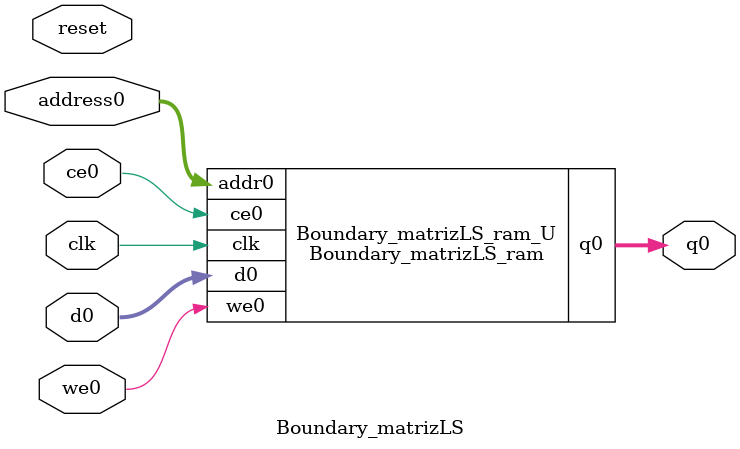
<source format=v>

`timescale 1 ns / 1 ps
module Boundary_matrizLS_ram (addr0, ce0, d0, we0, q0,  clk);

parameter DWIDTH = 8;
parameter AWIDTH = 18;
parameter MEM_SIZE = 262144;

input[AWIDTH-1:0] addr0;
input ce0;
input[DWIDTH-1:0] d0;
input we0;
output reg[DWIDTH-1:0] q0;
input clk;

(* ram_style = "block" *)reg [DWIDTH-1:0] ram[0:MEM_SIZE-1];




always @(posedge clk)  
begin 
    if (ce0) 
    begin
        if (we0) 
        begin 
            ram[addr0] <= d0; 
            q0 <= d0;
        end 
        else 
            q0 <= ram[addr0];
    end
end


endmodule


`timescale 1 ns / 1 ps
module Boundary_matrizLS(
    reset,
    clk,
    address0,
    ce0,
    we0,
    d0,
    q0);

parameter DataWidth = 32'd8;
parameter AddressRange = 32'd262144;
parameter AddressWidth = 32'd18;
input reset;
input clk;
input[AddressWidth - 1:0] address0;
input ce0;
input we0;
input[DataWidth - 1:0] d0;
output[DataWidth - 1:0] q0;



Boundary_matrizLS_ram Boundary_matrizLS_ram_U(
    .clk( clk ),
    .addr0( address0 ),
    .ce0( ce0 ),
    .d0( d0 ),
    .we0( we0 ),
    .q0( q0 ));

endmodule


</source>
